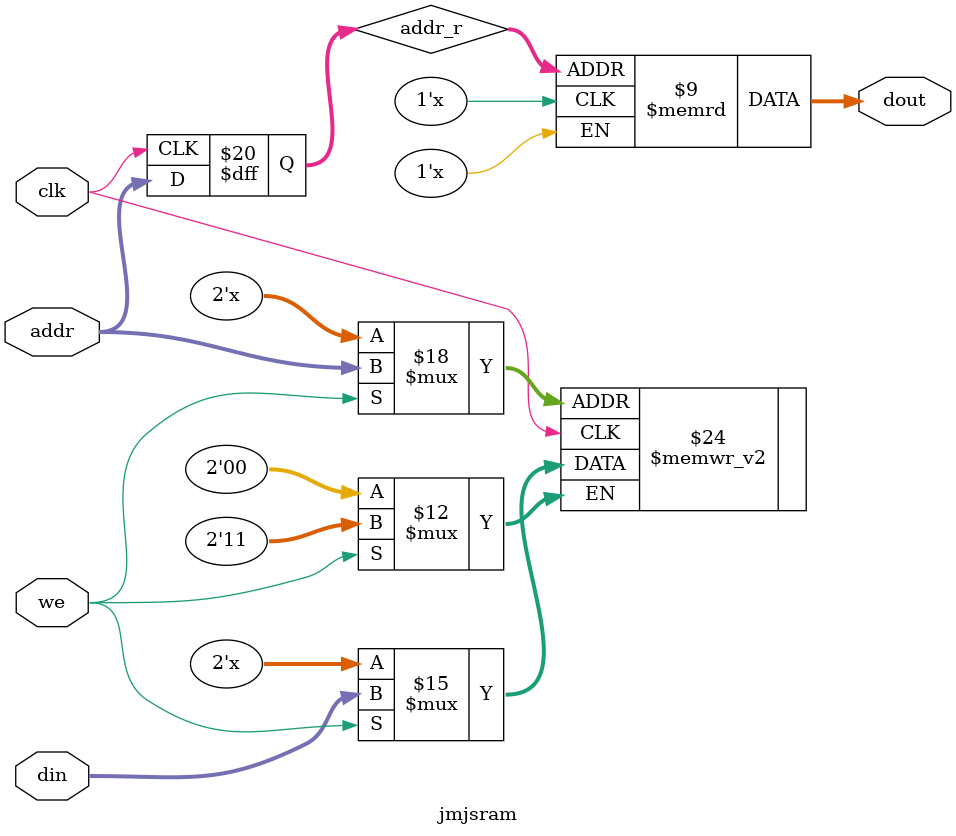
<source format=v>
`timescale 1ns/100ps
module jmem16x1024 (clk,addr,din,dout,we);
parameter AWIDTH=10, DWIDTH=16;
input			clk, we;
input	[AWIDTH -1:0]	addr;
input	[DWIDTH -1:0]	din;
output	[DWIDTH -1:0]	dout;
jmjsram #(AWIDTH,DWIDTH,"mem0.hex") Mem0 (clk, addr, din, dout, we);
jmjsram #(AWIDTH,DWIDTH) Mem1 (clk, addr, din, dout, we);
endmodule
//----------------------------------------------------------------------------//
module jmjsram (clk, addr, din, dout, we);
//----------------------------------------------------------------------------//
parameter AWIDTH=2, DWIDTH=2, INIT_FILE="";
input			clk, we;
input	[AWIDTH -1:0]	addr;
input	[DWIDTH -1:0]	din;
output	[DWIDTH -1:0]	dout;
//------------------------------------//
reg	[AWIDTH -1:0]	addr_r;
reg	[DWIDTH -1:0]	mem[0:(1<<AWIDTH)-1];

initial	if(INIT_FILE) $readmemh(INIT_FILE,mem);

always @(posedge clk) begin
	if(we) mem[addr] <= din;
	addr_r <= addr;
end
//------------------------------------//
assign dout = mem[addr_r];
//------------------------------------//
endmodule
//----------------------------------------------------------------------------//

</source>
